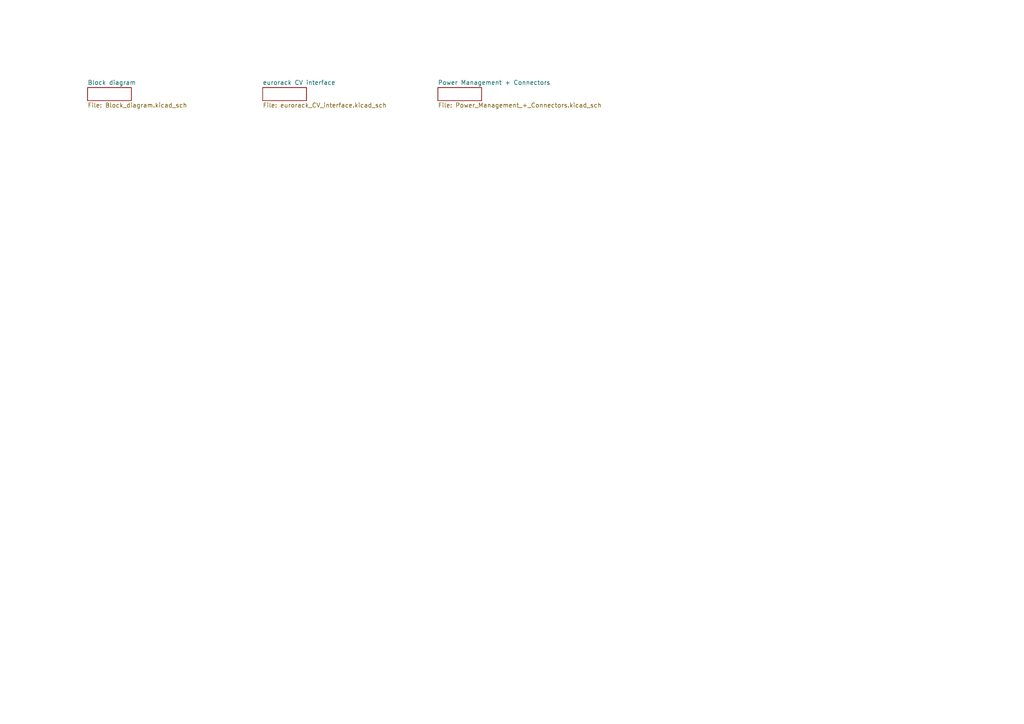
<source format=kicad_sch>
(kicad_sch (version 20230121) (generator eeschema)
  (paper "A4")
  (lib_symbols)
  (sheet (at 127 25.4) (size 12.7 3.81)
    (property "Sheetname" "Power Management + Connectors" (at 127 24.6884 0) (effects (justify left bottom)))
    (property "Sheetfile" "Power_Management_+_Connectors.kicad_sch" (at 127 29.7946 0) (effects (justify left top)))
  )
  (sheet (at 25.4 25.4) (size 12.7 3.81)
    (property "Sheetname" "Block diagram" (at 25.4 24.6884 0) (effects (justify left bottom)))
    (property "Sheetfile" "Block_diagram.kicad_sch" (at 25.4 29.7946 0) (effects (justify left top)))
  )
  (sheet (at 76.2 25.4) (size 12.7 3.81)
    (property "Sheetname" "eurorack CV interface" (at 76.2 24.6884 0) (effects (justify left bottom)))
    (property "Sheetfile" "eurorack_CV_interface.kicad_sch" (at 76.2 29.7946 0) (effects (justify left top)))
  )
)
</source>
